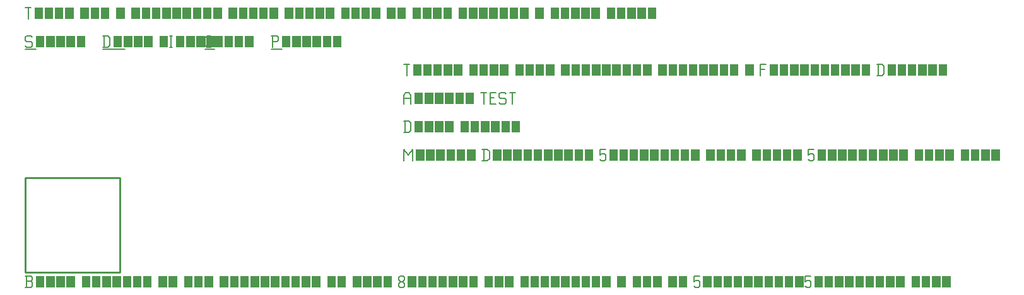
<source format=gbr>
G04 start of page 7 for group -1 layer_idx 268435461 *
G04 Title: pads with different geometry, <virtual group> *
G04 Creator: <version>
G04 CreationDate: <date>
G04 For: TEST *
G04 Format: Gerber/RS-274X *
G04 PCB-Dimensions: 50000 50000 *
G04 PCB-Coordinate-Origin: lower left *
%MOIN*%
%FSLAX25Y25*%
%LNLOGICAL_VIRTUAL_FAB_NONE*%
%ADD20C,0.0100*%
%ADD19C,0.0001*%
%ADD18C,0.0060*%
G54D18*X3000Y125000D02*X3750Y124250D01*
X750Y125000D02*X3000D01*
X0Y124250D02*X750Y125000D01*
X0Y124250D02*Y122750D01*
X750Y122000D01*
X3000D01*
X3750Y121250D01*
Y119750D01*
X3000Y119000D02*X3750Y119750D01*
X750Y119000D02*X3000D01*
X0Y119750D02*X750Y119000D01*
G54D19*G36*
X5550Y125000D02*X10050D01*
Y119000D01*
X5550D01*
Y125000D01*
G37*
G36*
X10950D02*X15450D01*
Y119000D01*
X10950D01*
Y125000D01*
G37*
G36*
X16350D02*X20850D01*
Y119000D01*
X16350D01*
Y125000D01*
G37*
G36*
X21750D02*X26250D01*
Y119000D01*
X21750D01*
Y125000D01*
G37*
G36*
X27150D02*X31650D01*
Y119000D01*
X27150D01*
Y125000D01*
G37*
G54D18*X0Y118000D02*X5550D01*
X41750Y125000D02*Y119000D01*
X43700Y125000D02*X44750Y123950D01*
Y120050D01*
X43700Y119000D02*X44750Y120050D01*
X41000Y119000D02*X43700D01*
X41000Y125000D02*X43700D01*
G54D19*G36*
X46550D02*X51050D01*
Y119000D01*
X46550D01*
Y125000D01*
G37*
G36*
X51950D02*X56450D01*
Y119000D01*
X51950D01*
Y125000D01*
G37*
G36*
X57350D02*X61850D01*
Y119000D01*
X57350D01*
Y125000D01*
G37*
G36*
X62750D02*X67250D01*
Y119000D01*
X62750D01*
Y125000D01*
G37*
G36*
X70850D02*X75350D01*
Y119000D01*
X70850D01*
Y125000D01*
G37*
G54D18*X76250D02*X77750D01*
X77000D02*Y119000D01*
X76250D02*X77750D01*
G54D19*G36*
X79550Y125000D02*X84050D01*
Y119000D01*
X79550D01*
Y125000D01*
G37*
G36*
X84950D02*X89450D01*
Y119000D01*
X84950D01*
Y125000D01*
G37*
G36*
X90350D02*X94850D01*
Y119000D01*
X90350D01*
Y125000D01*
G37*
G36*
X95750D02*X100250D01*
Y119000D01*
X95750D01*
Y125000D01*
G37*
G54D18*X41000Y118000D02*X52550D01*
X96050Y119000D02*X98000D01*
X95000Y120050D02*X96050Y119000D01*
X95000Y123950D02*Y120050D01*
Y123950D02*X96050Y125000D01*
X98000D01*
G54D19*G36*
X99800D02*X104300D01*
Y119000D01*
X99800D01*
Y125000D01*
G37*
G36*
X105200D02*X109700D01*
Y119000D01*
X105200D01*
Y125000D01*
G37*
G36*
X110600D02*X115100D01*
Y119000D01*
X110600D01*
Y125000D01*
G37*
G36*
X116000D02*X120500D01*
Y119000D01*
X116000D01*
Y125000D01*
G37*
G54D18*X95000Y118000D02*X99800D01*
X130750Y125000D02*Y119000D01*
X130000Y125000D02*X133000D01*
X133750Y124250D01*
Y122750D01*
X133000Y122000D02*X133750Y122750D01*
X130750Y122000D02*X133000D01*
G54D19*G36*
X135550Y125000D02*X140050D01*
Y119000D01*
X135550D01*
Y125000D01*
G37*
G36*
X140950D02*X145450D01*
Y119000D01*
X140950D01*
Y125000D01*
G37*
G36*
X146350D02*X150850D01*
Y119000D01*
X146350D01*
Y125000D01*
G37*
G36*
X151750D02*X156250D01*
Y119000D01*
X151750D01*
Y125000D01*
G37*
G36*
X157150D02*X161650D01*
Y119000D01*
X157150D01*
Y125000D01*
G37*
G36*
X162550D02*X167050D01*
Y119000D01*
X162550D01*
Y125000D01*
G37*
G54D18*X130000Y118000D02*X135550D01*
X0Y140000D02*X3000D01*
X1500D02*Y134000D01*
G54D19*G36*
X4800Y140000D02*X9300D01*
Y134000D01*
X4800D01*
Y140000D01*
G37*
G36*
X10200D02*X14700D01*
Y134000D01*
X10200D01*
Y140000D01*
G37*
G36*
X15600D02*X20100D01*
Y134000D01*
X15600D01*
Y140000D01*
G37*
G36*
X21000D02*X25500D01*
Y134000D01*
X21000D01*
Y140000D01*
G37*
G36*
X29100D02*X33600D01*
Y134000D01*
X29100D01*
Y140000D01*
G37*
G36*
X34500D02*X39000D01*
Y134000D01*
X34500D01*
Y140000D01*
G37*
G36*
X39900D02*X44400D01*
Y134000D01*
X39900D01*
Y140000D01*
G37*
G36*
X48000D02*X52500D01*
Y134000D01*
X48000D01*
Y140000D01*
G37*
G36*
X56100D02*X60600D01*
Y134000D01*
X56100D01*
Y140000D01*
G37*
G36*
X61500D02*X66000D01*
Y134000D01*
X61500D01*
Y140000D01*
G37*
G36*
X66900D02*X71400D01*
Y134000D01*
X66900D01*
Y140000D01*
G37*
G36*
X72300D02*X76800D01*
Y134000D01*
X72300D01*
Y140000D01*
G37*
G36*
X77700D02*X82200D01*
Y134000D01*
X77700D01*
Y140000D01*
G37*
G36*
X83100D02*X87600D01*
Y134000D01*
X83100D01*
Y140000D01*
G37*
G36*
X88500D02*X93000D01*
Y134000D01*
X88500D01*
Y140000D01*
G37*
G36*
X93900D02*X98400D01*
Y134000D01*
X93900D01*
Y140000D01*
G37*
G36*
X99300D02*X103800D01*
Y134000D01*
X99300D01*
Y140000D01*
G37*
G36*
X107400D02*X111900D01*
Y134000D01*
X107400D01*
Y140000D01*
G37*
G36*
X112800D02*X117300D01*
Y134000D01*
X112800D01*
Y140000D01*
G37*
G36*
X118200D02*X122700D01*
Y134000D01*
X118200D01*
Y140000D01*
G37*
G36*
X123600D02*X128100D01*
Y134000D01*
X123600D01*
Y140000D01*
G37*
G36*
X129000D02*X133500D01*
Y134000D01*
X129000D01*
Y140000D01*
G37*
G36*
X137100D02*X141600D01*
Y134000D01*
X137100D01*
Y140000D01*
G37*
G36*
X142500D02*X147000D01*
Y134000D01*
X142500D01*
Y140000D01*
G37*
G36*
X147900D02*X152400D01*
Y134000D01*
X147900D01*
Y140000D01*
G37*
G36*
X153300D02*X157800D01*
Y134000D01*
X153300D01*
Y140000D01*
G37*
G36*
X158700D02*X163200D01*
Y134000D01*
X158700D01*
Y140000D01*
G37*
G36*
X166800D02*X171300D01*
Y134000D01*
X166800D01*
Y140000D01*
G37*
G36*
X172200D02*X176700D01*
Y134000D01*
X172200D01*
Y140000D01*
G37*
G36*
X177600D02*X182100D01*
Y134000D01*
X177600D01*
Y140000D01*
G37*
G36*
X183000D02*X187500D01*
Y134000D01*
X183000D01*
Y140000D01*
G37*
G36*
X191100D02*X195600D01*
Y134000D01*
X191100D01*
Y140000D01*
G37*
G36*
X196500D02*X201000D01*
Y134000D01*
X196500D01*
Y140000D01*
G37*
G36*
X204600D02*X209100D01*
Y134000D01*
X204600D01*
Y140000D01*
G37*
G36*
X210000D02*X214500D01*
Y134000D01*
X210000D01*
Y140000D01*
G37*
G36*
X215400D02*X219900D01*
Y134000D01*
X215400D01*
Y140000D01*
G37*
G36*
X220800D02*X225300D01*
Y134000D01*
X220800D01*
Y140000D01*
G37*
G36*
X228900D02*X233400D01*
Y134000D01*
X228900D01*
Y140000D01*
G37*
G36*
X234300D02*X238800D01*
Y134000D01*
X234300D01*
Y140000D01*
G37*
G36*
X239700D02*X244200D01*
Y134000D01*
X239700D01*
Y140000D01*
G37*
G36*
X245100D02*X249600D01*
Y134000D01*
X245100D01*
Y140000D01*
G37*
G36*
X250500D02*X255000D01*
Y134000D01*
X250500D01*
Y140000D01*
G37*
G36*
X255900D02*X260400D01*
Y134000D01*
X255900D01*
Y140000D01*
G37*
G36*
X261300D02*X265800D01*
Y134000D01*
X261300D01*
Y140000D01*
G37*
G36*
X269400D02*X273900D01*
Y134000D01*
X269400D01*
Y140000D01*
G37*
G36*
X277500D02*X282000D01*
Y134000D01*
X277500D01*
Y140000D01*
G37*
G36*
X282900D02*X287400D01*
Y134000D01*
X282900D01*
Y140000D01*
G37*
G36*
X288300D02*X292800D01*
Y134000D01*
X288300D01*
Y140000D01*
G37*
G36*
X293700D02*X298200D01*
Y134000D01*
X293700D01*
Y140000D01*
G37*
G36*
X299100D02*X303600D01*
Y134000D01*
X299100D01*
Y140000D01*
G37*
G36*
X307200D02*X311700D01*
Y134000D01*
X307200D01*
Y140000D01*
G37*
G36*
X312600D02*X317100D01*
Y134000D01*
X312600D01*
Y140000D01*
G37*
G36*
X318000D02*X322500D01*
Y134000D01*
X318000D01*
Y140000D01*
G37*
G36*
X323400D02*X327900D01*
Y134000D01*
X323400D01*
Y140000D01*
G37*
G36*
X328800D02*X333300D01*
Y134000D01*
X328800D01*
Y140000D01*
G37*
G54D20*X0Y50000D02*X50000D01*
X0D02*Y0D01*
X50000Y50000D02*Y0D01*
X0D02*X50000D01*
G54D18*X200000Y65000D02*Y59000D01*
Y65000D02*X202250Y62000D01*
X204500Y65000D01*
Y59000D01*
G54D19*G36*
X206300Y65000D02*X210800D01*
Y59000D01*
X206300D01*
Y65000D01*
G37*
G36*
X211700D02*X216200D01*
Y59000D01*
X211700D01*
Y65000D01*
G37*
G36*
X217100D02*X221600D01*
Y59000D01*
X217100D01*
Y65000D01*
G37*
G36*
X222500D02*X227000D01*
Y59000D01*
X222500D01*
Y65000D01*
G37*
G36*
X227900D02*X232400D01*
Y59000D01*
X227900D01*
Y65000D01*
G37*
G36*
X233300D02*X237800D01*
Y59000D01*
X233300D01*
Y65000D01*
G37*
G54D18*X242150D02*Y59000D01*
X244100Y65000D02*X245150Y63950D01*
Y60050D01*
X244100Y59000D02*X245150Y60050D01*
X241400Y59000D02*X244100D01*
X241400Y65000D02*X244100D01*
G54D19*G36*
X246950D02*X251450D01*
Y59000D01*
X246950D01*
Y65000D01*
G37*
G36*
X252350D02*X256850D01*
Y59000D01*
X252350D01*
Y65000D01*
G37*
G36*
X257750D02*X262250D01*
Y59000D01*
X257750D01*
Y65000D01*
G37*
G36*
X263150D02*X267650D01*
Y59000D01*
X263150D01*
Y65000D01*
G37*
G36*
X268550D02*X273050D01*
Y59000D01*
X268550D01*
Y65000D01*
G37*
G36*
X273950D02*X278450D01*
Y59000D01*
X273950D01*
Y65000D01*
G37*
G36*
X279350D02*X283850D01*
Y59000D01*
X279350D01*
Y65000D01*
G37*
G36*
X284750D02*X289250D01*
Y59000D01*
X284750D01*
Y65000D01*
G37*
G36*
X290150D02*X294650D01*
Y59000D01*
X290150D01*
Y65000D01*
G37*
G36*
X295550D02*X300050D01*
Y59000D01*
X295550D01*
Y65000D01*
G37*
G54D18*X303650D02*X306650D01*
X303650D02*Y62000D01*
X304400Y62750D01*
X305900D01*
X306650Y62000D01*
Y59750D01*
X305900Y59000D02*X306650Y59750D01*
X304400Y59000D02*X305900D01*
X303650Y59750D02*X304400Y59000D01*
G54D19*G36*
X308450Y65000D02*X312950D01*
Y59000D01*
X308450D01*
Y65000D01*
G37*
G36*
X313850D02*X318350D01*
Y59000D01*
X313850D01*
Y65000D01*
G37*
G36*
X319250D02*X323750D01*
Y59000D01*
X319250D01*
Y65000D01*
G37*
G36*
X324650D02*X329150D01*
Y59000D01*
X324650D01*
Y65000D01*
G37*
G36*
X330050D02*X334550D01*
Y59000D01*
X330050D01*
Y65000D01*
G37*
G36*
X335450D02*X339950D01*
Y59000D01*
X335450D01*
Y65000D01*
G37*
G36*
X340850D02*X345350D01*
Y59000D01*
X340850D01*
Y65000D01*
G37*
G36*
X346250D02*X350750D01*
Y59000D01*
X346250D01*
Y65000D01*
G37*
G36*
X351650D02*X356150D01*
Y59000D01*
X351650D01*
Y65000D01*
G37*
G36*
X359750D02*X364250D01*
Y59000D01*
X359750D01*
Y65000D01*
G37*
G36*
X365150D02*X369650D01*
Y59000D01*
X365150D01*
Y65000D01*
G37*
G36*
X370550D02*X375050D01*
Y59000D01*
X370550D01*
Y65000D01*
G37*
G36*
X375950D02*X380450D01*
Y59000D01*
X375950D01*
Y65000D01*
G37*
G36*
X384050D02*X388550D01*
Y59000D01*
X384050D01*
Y65000D01*
G37*
G36*
X389450D02*X393950D01*
Y59000D01*
X389450D01*
Y65000D01*
G37*
G36*
X394850D02*X399350D01*
Y59000D01*
X394850D01*
Y65000D01*
G37*
G36*
X400250D02*X404750D01*
Y59000D01*
X400250D01*
Y65000D01*
G37*
G36*
X405650D02*X410150D01*
Y59000D01*
X405650D01*
Y65000D01*
G37*
G54D18*X413750D02*X416750D01*
X413750D02*Y62000D01*
X414500Y62750D01*
X416000D01*
X416750Y62000D01*
Y59750D01*
X416000Y59000D02*X416750Y59750D01*
X414500Y59000D02*X416000D01*
X413750Y59750D02*X414500Y59000D01*
G54D19*G36*
X418550Y65000D02*X423050D01*
Y59000D01*
X418550D01*
Y65000D01*
G37*
G36*
X423950D02*X428450D01*
Y59000D01*
X423950D01*
Y65000D01*
G37*
G36*
X429350D02*X433850D01*
Y59000D01*
X429350D01*
Y65000D01*
G37*
G36*
X434750D02*X439250D01*
Y59000D01*
X434750D01*
Y65000D01*
G37*
G36*
X440150D02*X444650D01*
Y59000D01*
X440150D01*
Y65000D01*
G37*
G36*
X445550D02*X450050D01*
Y59000D01*
X445550D01*
Y65000D01*
G37*
G36*
X450950D02*X455450D01*
Y59000D01*
X450950D01*
Y65000D01*
G37*
G36*
X456350D02*X460850D01*
Y59000D01*
X456350D01*
Y65000D01*
G37*
G36*
X461750D02*X466250D01*
Y59000D01*
X461750D01*
Y65000D01*
G37*
G36*
X469850D02*X474350D01*
Y59000D01*
X469850D01*
Y65000D01*
G37*
G36*
X475250D02*X479750D01*
Y59000D01*
X475250D01*
Y65000D01*
G37*
G36*
X480650D02*X485150D01*
Y59000D01*
X480650D01*
Y65000D01*
G37*
G36*
X486050D02*X490550D01*
Y59000D01*
X486050D01*
Y65000D01*
G37*
G36*
X494150D02*X498650D01*
Y59000D01*
X494150D01*
Y65000D01*
G37*
G36*
X499550D02*X504050D01*
Y59000D01*
X499550D01*
Y65000D01*
G37*
G36*
X504950D02*X509450D01*
Y59000D01*
X504950D01*
Y65000D01*
G37*
G36*
X510350D02*X514850D01*
Y59000D01*
X510350D01*
Y65000D01*
G37*
G54D18*X0Y-8000D02*X3000D01*
X3750Y-7250D01*
Y-5450D02*Y-7250D01*
X3000Y-4700D02*X3750Y-5450D01*
X750Y-4700D02*X3000D01*
X750Y-2000D02*Y-8000D01*
X0Y-2000D02*X3000D01*
X3750Y-2750D01*
Y-3950D01*
X3000Y-4700D02*X3750Y-3950D01*
G54D19*G36*
X5550Y-2000D02*X10050D01*
Y-8000D01*
X5550D01*
Y-2000D01*
G37*
G36*
X10950D02*X15450D01*
Y-8000D01*
X10950D01*
Y-2000D01*
G37*
G36*
X16350D02*X20850D01*
Y-8000D01*
X16350D01*
Y-2000D01*
G37*
G36*
X21750D02*X26250D01*
Y-8000D01*
X21750D01*
Y-2000D01*
G37*
G36*
X29850D02*X34350D01*
Y-8000D01*
X29850D01*
Y-2000D01*
G37*
G36*
X35250D02*X39750D01*
Y-8000D01*
X35250D01*
Y-2000D01*
G37*
G36*
X40650D02*X45150D01*
Y-8000D01*
X40650D01*
Y-2000D01*
G37*
G36*
X46050D02*X50550D01*
Y-8000D01*
X46050D01*
Y-2000D01*
G37*
G36*
X51450D02*X55950D01*
Y-8000D01*
X51450D01*
Y-2000D01*
G37*
G36*
X56850D02*X61350D01*
Y-8000D01*
X56850D01*
Y-2000D01*
G37*
G36*
X62250D02*X66750D01*
Y-8000D01*
X62250D01*
Y-2000D01*
G37*
G36*
X70350D02*X74850D01*
Y-8000D01*
X70350D01*
Y-2000D01*
G37*
G36*
X75750D02*X80250D01*
Y-8000D01*
X75750D01*
Y-2000D01*
G37*
G36*
X83850D02*X88350D01*
Y-8000D01*
X83850D01*
Y-2000D01*
G37*
G36*
X89250D02*X93750D01*
Y-8000D01*
X89250D01*
Y-2000D01*
G37*
G36*
X94650D02*X99150D01*
Y-8000D01*
X94650D01*
Y-2000D01*
G37*
G36*
X102750D02*X107250D01*
Y-8000D01*
X102750D01*
Y-2000D01*
G37*
G36*
X108150D02*X112650D01*
Y-8000D01*
X108150D01*
Y-2000D01*
G37*
G36*
X113550D02*X118050D01*
Y-8000D01*
X113550D01*
Y-2000D01*
G37*
G36*
X118950D02*X123450D01*
Y-8000D01*
X118950D01*
Y-2000D01*
G37*
G36*
X124350D02*X128850D01*
Y-8000D01*
X124350D01*
Y-2000D01*
G37*
G36*
X129750D02*X134250D01*
Y-8000D01*
X129750D01*
Y-2000D01*
G37*
G36*
X135150D02*X139650D01*
Y-8000D01*
X135150D01*
Y-2000D01*
G37*
G36*
X140550D02*X145050D01*
Y-8000D01*
X140550D01*
Y-2000D01*
G37*
G36*
X145950D02*X150450D01*
Y-8000D01*
X145950D01*
Y-2000D01*
G37*
G36*
X151350D02*X155850D01*
Y-8000D01*
X151350D01*
Y-2000D01*
G37*
G36*
X159450D02*X163950D01*
Y-8000D01*
X159450D01*
Y-2000D01*
G37*
G36*
X164850D02*X169350D01*
Y-8000D01*
X164850D01*
Y-2000D01*
G37*
G36*
X172950D02*X177450D01*
Y-8000D01*
X172950D01*
Y-2000D01*
G37*
G36*
X178350D02*X182850D01*
Y-8000D01*
X178350D01*
Y-2000D01*
G37*
G36*
X183750D02*X188250D01*
Y-8000D01*
X183750D01*
Y-2000D01*
G37*
G36*
X189150D02*X193650D01*
Y-8000D01*
X189150D01*
Y-2000D01*
G37*
G54D18*X197250Y-7250D02*X198000Y-8000D01*
X197250Y-6050D02*Y-7250D01*
Y-6050D02*X198300Y-5000D01*
X199200D01*
X200250Y-6050D01*
Y-7250D01*
X199500Y-8000D02*X200250Y-7250D01*
X198000Y-8000D02*X199500D01*
X197250Y-3950D02*X198300Y-5000D01*
X197250Y-2750D02*Y-3950D01*
Y-2750D02*X198000Y-2000D01*
X199500D01*
X200250Y-2750D01*
Y-3950D01*
X199200Y-5000D02*X200250Y-3950D01*
G54D19*G36*
X202050Y-2000D02*X206550D01*
Y-8000D01*
X202050D01*
Y-2000D01*
G37*
G36*
X207450D02*X211950D01*
Y-8000D01*
X207450D01*
Y-2000D01*
G37*
G36*
X212850D02*X217350D01*
Y-8000D01*
X212850D01*
Y-2000D01*
G37*
G36*
X218250D02*X222750D01*
Y-8000D01*
X218250D01*
Y-2000D01*
G37*
G36*
X223650D02*X228150D01*
Y-8000D01*
X223650D01*
Y-2000D01*
G37*
G36*
X229050D02*X233550D01*
Y-8000D01*
X229050D01*
Y-2000D01*
G37*
G36*
X234450D02*X238950D01*
Y-8000D01*
X234450D01*
Y-2000D01*
G37*
G36*
X242550D02*X247050D01*
Y-8000D01*
X242550D01*
Y-2000D01*
G37*
G36*
X247950D02*X252450D01*
Y-8000D01*
X247950D01*
Y-2000D01*
G37*
G36*
X253350D02*X257850D01*
Y-8000D01*
X253350D01*
Y-2000D01*
G37*
G36*
X261450D02*X265950D01*
Y-8000D01*
X261450D01*
Y-2000D01*
G37*
G36*
X266850D02*X271350D01*
Y-8000D01*
X266850D01*
Y-2000D01*
G37*
G36*
X272250D02*X276750D01*
Y-8000D01*
X272250D01*
Y-2000D01*
G37*
G36*
X277650D02*X282150D01*
Y-8000D01*
X277650D01*
Y-2000D01*
G37*
G36*
X283050D02*X287550D01*
Y-8000D01*
X283050D01*
Y-2000D01*
G37*
G36*
X288450D02*X292950D01*
Y-8000D01*
X288450D01*
Y-2000D01*
G37*
G36*
X293850D02*X298350D01*
Y-8000D01*
X293850D01*
Y-2000D01*
G37*
G36*
X299250D02*X303750D01*
Y-8000D01*
X299250D01*
Y-2000D01*
G37*
G36*
X304650D02*X309150D01*
Y-8000D01*
X304650D01*
Y-2000D01*
G37*
G36*
X312750D02*X317250D01*
Y-8000D01*
X312750D01*
Y-2000D01*
G37*
G36*
X320850D02*X325350D01*
Y-8000D01*
X320850D01*
Y-2000D01*
G37*
G36*
X326250D02*X330750D01*
Y-8000D01*
X326250D01*
Y-2000D01*
G37*
G36*
X331650D02*X336150D01*
Y-8000D01*
X331650D01*
Y-2000D01*
G37*
G36*
X339750D02*X344250D01*
Y-8000D01*
X339750D01*
Y-2000D01*
G37*
G36*
X345150D02*X349650D01*
Y-8000D01*
X345150D01*
Y-2000D01*
G37*
G54D18*X353250D02*X356250D01*
X353250D02*Y-5000D01*
X354000Y-4250D01*
X355500D01*
X356250Y-5000D01*
Y-7250D01*
X355500Y-8000D02*X356250Y-7250D01*
X354000Y-8000D02*X355500D01*
X353250Y-7250D02*X354000Y-8000D01*
G54D19*G36*
X358050Y-2000D02*X362550D01*
Y-8000D01*
X358050D01*
Y-2000D01*
G37*
G36*
X363450D02*X367950D01*
Y-8000D01*
X363450D01*
Y-2000D01*
G37*
G36*
X368850D02*X373350D01*
Y-8000D01*
X368850D01*
Y-2000D01*
G37*
G36*
X374250D02*X378750D01*
Y-8000D01*
X374250D01*
Y-2000D01*
G37*
G36*
X379650D02*X384150D01*
Y-8000D01*
X379650D01*
Y-2000D01*
G37*
G36*
X385050D02*X389550D01*
Y-8000D01*
X385050D01*
Y-2000D01*
G37*
G36*
X390450D02*X394950D01*
Y-8000D01*
X390450D01*
Y-2000D01*
G37*
G36*
X395850D02*X400350D01*
Y-8000D01*
X395850D01*
Y-2000D01*
G37*
G36*
X401250D02*X405750D01*
Y-8000D01*
X401250D01*
Y-2000D01*
G37*
G36*
X406650D02*X411150D01*
Y-8000D01*
X406650D01*
Y-2000D01*
G37*
G54D18*X412050D02*X415050D01*
X412050D02*Y-5000D01*
X412800Y-4250D01*
X414300D01*
X415050Y-5000D01*
Y-7250D01*
X414300Y-8000D02*X415050Y-7250D01*
X412800Y-8000D02*X414300D01*
X412050Y-7250D02*X412800Y-8000D01*
G54D19*G36*
X416850Y-2000D02*X421350D01*
Y-8000D01*
X416850D01*
Y-2000D01*
G37*
G36*
X422250D02*X426750D01*
Y-8000D01*
X422250D01*
Y-2000D01*
G37*
G36*
X427650D02*X432150D01*
Y-8000D01*
X427650D01*
Y-2000D01*
G37*
G36*
X433050D02*X437550D01*
Y-8000D01*
X433050D01*
Y-2000D01*
G37*
G36*
X438450D02*X442950D01*
Y-8000D01*
X438450D01*
Y-2000D01*
G37*
G36*
X443850D02*X448350D01*
Y-8000D01*
X443850D01*
Y-2000D01*
G37*
G36*
X449250D02*X453750D01*
Y-8000D01*
X449250D01*
Y-2000D01*
G37*
G36*
X454650D02*X459150D01*
Y-8000D01*
X454650D01*
Y-2000D01*
G37*
G36*
X460050D02*X464550D01*
Y-8000D01*
X460050D01*
Y-2000D01*
G37*
G36*
X468150D02*X472650D01*
Y-8000D01*
X468150D01*
Y-2000D01*
G37*
G36*
X473550D02*X478050D01*
Y-8000D01*
X473550D01*
Y-2000D01*
G37*
G36*
X478950D02*X483450D01*
Y-8000D01*
X478950D01*
Y-2000D01*
G37*
G36*
X484350D02*X488850D01*
Y-8000D01*
X484350D01*
Y-2000D01*
G37*
G54D18*X200750Y80000D02*Y74000D01*
X202700Y80000D02*X203750Y78950D01*
Y75050D01*
X202700Y74000D02*X203750Y75050D01*
X200000Y74000D02*X202700D01*
X200000Y80000D02*X202700D01*
G54D19*G36*
X205550D02*X210050D01*
Y74000D01*
X205550D01*
Y80000D01*
G37*
G36*
X210950D02*X215450D01*
Y74000D01*
X210950D01*
Y80000D01*
G37*
G36*
X216350D02*X220850D01*
Y74000D01*
X216350D01*
Y80000D01*
G37*
G36*
X221750D02*X226250D01*
Y74000D01*
X221750D01*
Y80000D01*
G37*
G36*
X229850D02*X234350D01*
Y74000D01*
X229850D01*
Y80000D01*
G37*
G36*
X235250D02*X239750D01*
Y74000D01*
X235250D01*
Y80000D01*
G37*
G36*
X240650D02*X245150D01*
Y74000D01*
X240650D01*
Y80000D01*
G37*
G36*
X246050D02*X250550D01*
Y74000D01*
X246050D01*
Y80000D01*
G37*
G36*
X251450D02*X255950D01*
Y74000D01*
X251450D01*
Y80000D01*
G37*
G36*
X256850D02*X261350D01*
Y74000D01*
X256850D01*
Y80000D01*
G37*
G54D18*X200000Y93500D02*Y89000D01*
Y93500D02*X201050Y95000D01*
X202700D01*
X203750Y93500D01*
Y89000D01*
X200000Y92000D02*X203750D01*
G54D19*G36*
X205550Y95000D02*X210050D01*
Y89000D01*
X205550D01*
Y95000D01*
G37*
G36*
X210950D02*X215450D01*
Y89000D01*
X210950D01*
Y95000D01*
G37*
G36*
X216350D02*X220850D01*
Y89000D01*
X216350D01*
Y95000D01*
G37*
G36*
X221750D02*X226250D01*
Y89000D01*
X221750D01*
Y95000D01*
G37*
G36*
X227150D02*X231650D01*
Y89000D01*
X227150D01*
Y95000D01*
G37*
G36*
X232550D02*X237050D01*
Y89000D01*
X232550D01*
Y95000D01*
G37*
G54D18*X240650D02*X243650D01*
X242150D02*Y89000D01*
X245450Y92300D02*X247700D01*
X245450Y89000D02*X248450D01*
X245450Y95000D02*Y89000D01*
Y95000D02*X248450D01*
X253250D02*X254000Y94250D01*
X251000Y95000D02*X253250D01*
X250250Y94250D02*X251000Y95000D01*
X250250Y94250D02*Y92750D01*
X251000Y92000D01*
X253250D01*
X254000Y91250D01*
Y89750D01*
X253250Y89000D02*X254000Y89750D01*
X251000Y89000D02*X253250D01*
X250250Y89750D02*X251000Y89000D01*
X255800Y95000D02*X258800D01*
X257300D02*Y89000D01*
X200000Y110000D02*X203000D01*
X201500D02*Y104000D01*
G54D19*G36*
X204800Y110000D02*X209300D01*
Y104000D01*
X204800D01*
Y110000D01*
G37*
G36*
X210200D02*X214700D01*
Y104000D01*
X210200D01*
Y110000D01*
G37*
G36*
X215600D02*X220100D01*
Y104000D01*
X215600D01*
Y110000D01*
G37*
G36*
X221000D02*X225500D01*
Y104000D01*
X221000D01*
Y110000D01*
G37*
G36*
X226400D02*X230900D01*
Y104000D01*
X226400D01*
Y110000D01*
G37*
G36*
X234500D02*X239000D01*
Y104000D01*
X234500D01*
Y110000D01*
G37*
G36*
X239900D02*X244400D01*
Y104000D01*
X239900D01*
Y110000D01*
G37*
G36*
X245300D02*X249800D01*
Y104000D01*
X245300D01*
Y110000D01*
G37*
G36*
X250700D02*X255200D01*
Y104000D01*
X250700D01*
Y110000D01*
G37*
G36*
X258800D02*X263300D01*
Y104000D01*
X258800D01*
Y110000D01*
G37*
G36*
X264200D02*X268700D01*
Y104000D01*
X264200D01*
Y110000D01*
G37*
G36*
X269600D02*X274100D01*
Y104000D01*
X269600D01*
Y110000D01*
G37*
G36*
X275000D02*X279500D01*
Y104000D01*
X275000D01*
Y110000D01*
G37*
G36*
X283100D02*X287600D01*
Y104000D01*
X283100D01*
Y110000D01*
G37*
G36*
X288500D02*X293000D01*
Y104000D01*
X288500D01*
Y110000D01*
G37*
G36*
X293900D02*X298400D01*
Y104000D01*
X293900D01*
Y110000D01*
G37*
G36*
X299300D02*X303800D01*
Y104000D01*
X299300D01*
Y110000D01*
G37*
G36*
X304700D02*X309200D01*
Y104000D01*
X304700D01*
Y110000D01*
G37*
G36*
X310100D02*X314600D01*
Y104000D01*
X310100D01*
Y110000D01*
G37*
G36*
X315500D02*X320000D01*
Y104000D01*
X315500D01*
Y110000D01*
G37*
G36*
X320900D02*X325400D01*
Y104000D01*
X320900D01*
Y110000D01*
G37*
G36*
X326300D02*X330800D01*
Y104000D01*
X326300D01*
Y110000D01*
G37*
G36*
X334400D02*X338900D01*
Y104000D01*
X334400D01*
Y110000D01*
G37*
G36*
X339800D02*X344300D01*
Y104000D01*
X339800D01*
Y110000D01*
G37*
G36*
X345200D02*X349700D01*
Y104000D01*
X345200D01*
Y110000D01*
G37*
G36*
X350600D02*X355100D01*
Y104000D01*
X350600D01*
Y110000D01*
G37*
G36*
X356000D02*X360500D01*
Y104000D01*
X356000D01*
Y110000D01*
G37*
G36*
X361400D02*X365900D01*
Y104000D01*
X361400D01*
Y110000D01*
G37*
G36*
X366800D02*X371300D01*
Y104000D01*
X366800D01*
Y110000D01*
G37*
G36*
X372200D02*X376700D01*
Y104000D01*
X372200D01*
Y110000D01*
G37*
G36*
X380300D02*X384800D01*
Y104000D01*
X380300D01*
Y110000D01*
G37*
G54D18*X388400D02*Y104000D01*
Y110000D02*X391400D01*
X388400Y107300D02*X390650D01*
G54D19*G36*
X393200Y110000D02*X397700D01*
Y104000D01*
X393200D01*
Y110000D01*
G37*
G36*
X398600D02*X403100D01*
Y104000D01*
X398600D01*
Y110000D01*
G37*
G36*
X404000D02*X408500D01*
Y104000D01*
X404000D01*
Y110000D01*
G37*
G36*
X409400D02*X413900D01*
Y104000D01*
X409400D01*
Y110000D01*
G37*
G36*
X414800D02*X419300D01*
Y104000D01*
X414800D01*
Y110000D01*
G37*
G36*
X420200D02*X424700D01*
Y104000D01*
X420200D01*
Y110000D01*
G37*
G36*
X425600D02*X430100D01*
Y104000D01*
X425600D01*
Y110000D01*
G37*
G36*
X431000D02*X435500D01*
Y104000D01*
X431000D01*
Y110000D01*
G37*
G36*
X436400D02*X440900D01*
Y104000D01*
X436400D01*
Y110000D01*
G37*
G36*
X441800D02*X446300D01*
Y104000D01*
X441800D01*
Y110000D01*
G37*
G54D18*X450650D02*Y104000D01*
X452600Y110000D02*X453650Y108950D01*
Y105050D01*
X452600Y104000D02*X453650Y105050D01*
X449900Y104000D02*X452600D01*
X449900Y110000D02*X452600D01*
G54D19*G36*
X455450D02*X459950D01*
Y104000D01*
X455450D01*
Y110000D01*
G37*
G36*
X460850D02*X465350D01*
Y104000D01*
X460850D01*
Y110000D01*
G37*
G36*
X466250D02*X470750D01*
Y104000D01*
X466250D01*
Y110000D01*
G37*
G36*
X471650D02*X476150D01*
Y104000D01*
X471650D01*
Y110000D01*
G37*
G36*
X477050D02*X481550D01*
Y104000D01*
X477050D01*
Y110000D01*
G37*
G36*
X482450D02*X486950D01*
Y104000D01*
X482450D01*
Y110000D01*
G37*
M02*

</source>
